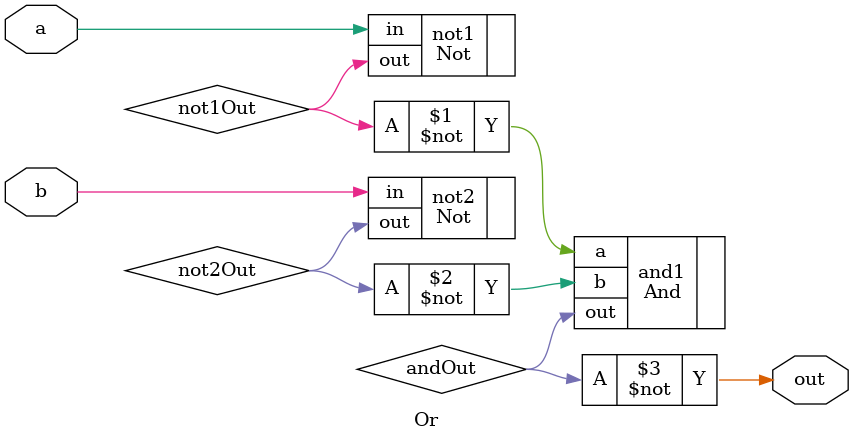
<source format=sv>
/**
 * # Or
 *
 * ## author
 * dgkzoo
 */
 `default_nettype none
module Or(
	input wire a,
	input wire b,
	output wire out);

	wire not1Out, not2Out, andOut;

	Not not1(.in(a), .out(not1Out));
	Not not2(.in(b), .out(not2Out));
	And and1(.a(~not1Out), .b(~not2Out), .out(andOut));
	assign out = ~andOut;
endmodule

</source>
